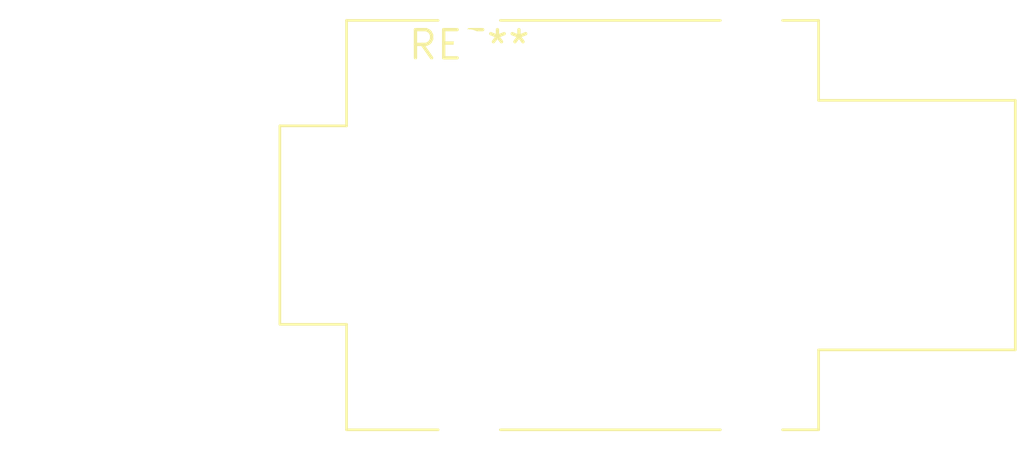
<source format=kicad_pcb>
(kicad_pcb (version 20240108) (generator pcbnew)
  (layers (0 "F.Cu" signal) (31 "B.Cu" signal) (34 "B.Paste" user) (35 "F.Paste" user) (36 "B.SilkS" user "B.Silkscreen") (37 "F.SilkS" user "F.Silkscreen") (38 "B.Mask" user) (39 "F.Mask" user) (44 "Edge.Cuts" user))
  (net 0 "")
  (footprint "Jack_6.35mm_Neutrik_NMJ4HFD3_Horizontal" (layer "F.Cu") (at 0 0)
    (property "Reference" "REF**")
    (property "Value" "Jack_6.35mm_Neutrik_NMJ4HFD3_Horizontal")
    (fp_line (start -8.52 3.645) (end -5.52 3.645) (layer "F.SilkS") (stroke (width 0.12)))
    (fp_line (start -8.52 12.545) (end -8.52 3.645) (layer "F.SilkS") (stroke (width 0.12)))
    (fp_line (start -8.52 12.585) (end -5.52 12.585) (layer "F.SilkS") (stroke (width 0.12)))
    (fp_line (start -5.52 -1.105) (end -1.4 -1.105) (layer "F.SilkS") (stroke (width 0.12)))
    (fp_line (start -5.52 3.645) (end -5.52 -1.105) (layer "F.SilkS") (stroke (width 0.12)))
    (fp_line (start -5.52 17.335) (end -5.52 12.585) (layer "F.SilkS") (stroke (width 0.12)))
    (fp_line (start -1.4 17.335) (end -5.52 17.335) (layer "F.SilkS") (stroke (width 0.12)))
    (fp_line (start 1.4 -1.105) (end 11.3 -1.105) (layer "F.SilkS") (stroke (width 0.12)))
    (fp_line (start 11.3 17.335) (end 1.4 17.335) (layer "F.SilkS") (stroke (width 0.12)))
    (fp_line (start 15.72 -1.105) (end 14.1 -1.105) (layer "F.SilkS") (stroke (width 0.12)))
    (fp_line (start 15.72 2.495) (end 15.72 -1.105) (layer "F.SilkS") (stroke (width 0.12)))
    (fp_line (start 15.72 2.495) (end 24.57 2.495) (layer "F.SilkS") (stroke (width 0.12)))
    (fp_line (start 15.72 13.735) (end 24.57 13.735) (layer "F.SilkS") (stroke (width 0.12)))
    (fp_line (start 15.72 17.335) (end 14.1 17.335) (layer "F.SilkS") (stroke (width 0.12)))
    (fp_line (start 15.72 17.335) (end 15.72 13.735) (layer "F.SilkS") (stroke (width 0.12)))
    (fp_line (start 24.57 13.735) (end 24.57 2.495) (layer "F.SilkS") (stroke (width 0.12)))
    (pad "S" thru_hole circle (at 12.7 0) (size 3 3) (drill 1.4) (layers *.Cu *.Mask) (remove_unused_layers))
    (pad "SN" thru_hole circle (at 12.7 16.23) (size 3 3) (drill 1.4) (layers *.Cu *.Mask) (remove_unused_layers))
    (pad "T" thru_hole circle (at 0 0) (size 3 3) (drill 1.4) (layers *.Cu *.Mask) (remove_unused_layers))
    (pad "TN" thru_hole circle (at 0 16.23) (size 3 3) (drill 1.4) (layers *.Cu *.Mask) (remove_unused_layers))
  )
)
</source>
